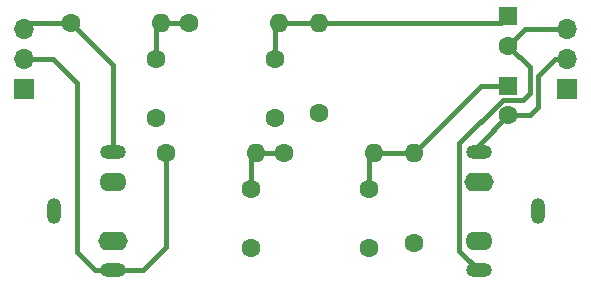
<source format=gbr>
%TF.GenerationSoftware,KiCad,Pcbnew,8.0.7*%
%TF.CreationDate,2025-07-31T15:36:56+01:00*%
%TF.ProjectId,PWMOutputFilter,50574d4f-7574-4707-9574-46696c746572,rev?*%
%TF.SameCoordinates,Original*%
%TF.FileFunction,Copper,L1,Top*%
%TF.FilePolarity,Positive*%
%FSLAX46Y46*%
G04 Gerber Fmt 4.6, Leading zero omitted, Abs format (unit mm)*
G04 Created by KiCad (PCBNEW 8.0.7) date 2025-07-31 15:36:56*
%MOMM*%
%LPD*%
G01*
G04 APERTURE LIST*
%TA.AperFunction,ComponentPad*%
%ADD10C,1.600000*%
%TD*%
%TA.AperFunction,ComponentPad*%
%ADD11O,1.600000X1.600000*%
%TD*%
%TA.AperFunction,ComponentPad*%
%ADD12R,1.700000X1.700000*%
%TD*%
%TA.AperFunction,ComponentPad*%
%ADD13O,1.700000X1.700000*%
%TD*%
%TA.AperFunction,ComponentPad*%
%ADD14O,2.500000X1.600000*%
%TD*%
%TA.AperFunction,ComponentPad*%
%ADD15O,2.200000X1.200000*%
%TD*%
%TA.AperFunction,ComponentPad*%
%ADD16O,1.200000X2.200000*%
%TD*%
%TA.AperFunction,ComponentPad*%
%ADD17O,2.300000X1.600000*%
%TD*%
%TA.AperFunction,ComponentPad*%
%ADD18R,1.600000X1.600000*%
%TD*%
%TA.AperFunction,Conductor*%
%ADD19C,0.400000*%
%TD*%
G04 APERTURE END LIST*
D10*
%TO.P,C2,1*%
%TO.N,Net-(C2-Pad1)*%
X81200000Y-71500000D03*
%TO.P,C2,2*%
%TO.N,GND*%
X81200000Y-76500000D03*
%TD*%
%TO.P,C1,1*%
%TO.N,Net-(C1-Pad1)*%
X71200000Y-71500000D03*
%TO.P,C1,2*%
%TO.N,GND*%
X71200000Y-76500000D03*
%TD*%
%TO.P,C5,1*%
%TO.N,Net-(C5-Pad1)*%
X73200000Y-60500000D03*
%TO.P,C5,2*%
%TO.N,GND*%
X73200000Y-65500000D03*
%TD*%
%TO.P,C4,1*%
%TO.N,Net-(C4-Pad1)*%
X63200000Y-60500000D03*
%TO.P,C4,2*%
%TO.N,GND*%
X63200000Y-65500000D03*
%TD*%
%TO.P,R6,1*%
%TO.N,GND*%
X77000000Y-65125000D03*
D11*
%TO.P,R6,2*%
%TO.N,Net-(C5-Pad1)*%
X77000000Y-57505000D03*
%TD*%
D10*
%TO.P,R5,1*%
%TO.N,Net-(C4-Pad1)*%
X66000000Y-57500000D03*
D11*
%TO.P,R5,2*%
%TO.N,Net-(C5-Pad1)*%
X73620000Y-57500000D03*
%TD*%
D10*
%TO.P,R4,1*%
%TO.N,Net-(J3-Pin_3)*%
X56000000Y-57500000D03*
D11*
%TO.P,R4,2*%
%TO.N,Net-(C4-Pad1)*%
X63620000Y-57500000D03*
%TD*%
D10*
%TO.P,R3,1*%
%TO.N,GND*%
X85000000Y-76125000D03*
D11*
%TO.P,R3,2*%
%TO.N,Net-(C2-Pad1)*%
X85000000Y-68505000D03*
%TD*%
D10*
%TO.P,R2,1*%
%TO.N,Net-(C1-Pad1)*%
X74000000Y-68500000D03*
D11*
%TO.P,R2,2*%
%TO.N,Net-(C2-Pad1)*%
X81620000Y-68500000D03*
%TD*%
D10*
%TO.P,R1,1*%
%TO.N,Net-(J3-Pin_2)*%
X64000000Y-68500000D03*
D11*
%TO.P,R1,2*%
%TO.N,Net-(C1-Pad1)*%
X71620000Y-68500000D03*
%TD*%
D12*
%TO.P,J4,1,Pin_1*%
%TO.N,GND*%
X98000000Y-63080000D03*
D13*
%TO.P,J4,2,Pin_2*%
%TO.N,Net-(J4-Pin_2)*%
X98000000Y-60540000D03*
%TO.P,J4,3,Pin_3*%
%TO.N,Net-(J4-Pin_3)*%
X98000000Y-58000000D03*
%TD*%
D12*
%TO.P,J3,1,Pin_1*%
%TO.N,GND*%
X52000000Y-63080000D03*
D13*
%TO.P,J3,2,Pin_2*%
%TO.N,Net-(J3-Pin_2)*%
X52000000Y-60540000D03*
%TO.P,J3,3,Pin_3*%
%TO.N,Net-(J3-Pin_3)*%
X52000000Y-58000000D03*
%TD*%
D14*
%TO.P,J2,TN*%
%TO.N,unconnected-(J2-PadTN)*%
X59500000Y-75900000D03*
D15*
%TO.P,J2,T*%
%TO.N,Net-(J3-Pin_2)*%
X59500000Y-78400000D03*
D16*
%TO.P,J2,S*%
%TO.N,GND*%
X54500000Y-73400000D03*
D17*
%TO.P,J2,RN*%
%TO.N,unconnected-(J2-PadRN)*%
X59500000Y-70900000D03*
D15*
%TO.P,J2,R*%
%TO.N,Net-(J3-Pin_3)*%
X59500000Y-68400000D03*
%TD*%
D14*
%TO.P,J1,TN*%
%TO.N,unconnected-(J1-PadTN)*%
X90500000Y-70900000D03*
D15*
%TO.P,J1,T*%
%TO.N,Net-(J4-Pin_2)*%
X90500000Y-68400000D03*
D16*
%TO.P,J1,S*%
%TO.N,GND*%
X95500000Y-73400000D03*
D17*
%TO.P,J1,RN*%
%TO.N,unconnected-(J1-PadRN)*%
X90500000Y-75900000D03*
D15*
%TO.P,J1,R*%
%TO.N,Net-(J4-Pin_3)*%
X90500000Y-78400000D03*
%TD*%
D18*
%TO.P,C6,1*%
%TO.N,Net-(C5-Pad1)*%
X93000000Y-56900000D03*
D10*
%TO.P,C6,2*%
%TO.N,Net-(J4-Pin_3)*%
X93000000Y-59400000D03*
%TD*%
D18*
%TO.P,C3,1*%
%TO.N,Net-(C2-Pad1)*%
X93000000Y-62800000D03*
D10*
%TO.P,C3,2*%
%TO.N,Net-(J4-Pin_2)*%
X93000000Y-65300000D03*
%TD*%
D19*
%TO.N,Net-(J4-Pin_3)*%
X94825000Y-63375000D02*
X94825000Y-61225000D01*
X94825000Y-61225000D02*
X93000000Y-59400000D01*
X94200000Y-64000000D02*
X94825000Y-63375000D01*
X92525000Y-64000000D02*
X94200000Y-64000000D01*
X88850000Y-76750000D02*
X88850000Y-67675000D01*
X90500000Y-78400000D02*
X88850000Y-76750000D01*
X88850000Y-67675000D02*
X92525000Y-64000000D01*
%TO.N,Net-(J4-Pin_2)*%
X94800000Y-65300000D02*
X93000000Y-65300000D01*
X95532500Y-64567500D02*
X94800000Y-65300000D01*
X95532500Y-61967500D02*
X95532500Y-64567500D01*
X96960000Y-60540000D02*
X95532500Y-61967500D01*
X98000000Y-60540000D02*
X96960000Y-60540000D01*
%TO.N,Net-(J3-Pin_2)*%
X56492500Y-76867500D02*
X58025000Y-78400000D01*
X58025000Y-78400000D02*
X59500000Y-78400000D01*
X54440000Y-60540000D02*
X56492500Y-62592500D01*
X56492500Y-62592500D02*
X56492500Y-76867500D01*
X52000000Y-60540000D02*
X54440000Y-60540000D01*
%TO.N,Net-(C2-Pad1)*%
X93000000Y-62800000D02*
X90705000Y-62800000D01*
X90705000Y-62800000D02*
X85000000Y-68505000D01*
%TO.N,Net-(J3-Pin_2)*%
X64000000Y-76475000D02*
X62075000Y-78400000D01*
X62075000Y-78400000D02*
X59500000Y-78400000D01*
X64000000Y-68500000D02*
X64000000Y-76475000D01*
%TO.N,Net-(J4-Pin_2)*%
X90500000Y-67800000D02*
X93000000Y-65300000D01*
X90500000Y-68400000D02*
X90500000Y-67800000D01*
%TO.N,Net-(C5-Pad1)*%
X92395000Y-57505000D02*
X93000000Y-56900000D01*
X77000000Y-57505000D02*
X92395000Y-57505000D01*
%TO.N,Net-(C2-Pad1)*%
X81200000Y-68920000D02*
X81620000Y-68500000D01*
X81200000Y-71500000D02*
X81200000Y-68920000D01*
X81625000Y-68505000D02*
X81620000Y-68500000D01*
X85000000Y-68505000D02*
X81625000Y-68505000D01*
%TO.N,Net-(C1-Pad1)*%
X71200000Y-68920000D02*
X71620000Y-68500000D01*
X71200000Y-71500000D02*
X71200000Y-68920000D01*
X74000000Y-68500000D02*
X71620000Y-68500000D01*
%TO.N,Net-(J3-Pin_3)*%
X59500000Y-61000000D02*
X56000000Y-57500000D01*
X59500000Y-68400000D02*
X59500000Y-61000000D01*
%TO.N,Net-(C5-Pad1)*%
X73200000Y-60500000D02*
X73200000Y-57920000D01*
X73200000Y-57920000D02*
X73620000Y-57500000D01*
X73625000Y-57505000D02*
X73620000Y-57500000D01*
X77000000Y-57505000D02*
X73625000Y-57505000D01*
%TO.N,Net-(C4-Pad1)*%
X63200000Y-57920000D02*
X63620000Y-57500000D01*
X63200000Y-60500000D02*
X63200000Y-57920000D01*
X66000000Y-57500000D02*
X63620000Y-57500000D01*
%TO.N,Net-(J3-Pin_3)*%
X52500000Y-57500000D02*
X52000000Y-58000000D01*
X56000000Y-57500000D02*
X52500000Y-57500000D01*
%TO.N,Net-(J4-Pin_3)*%
X93000000Y-59400000D02*
X94400000Y-58000000D01*
X94400000Y-58000000D02*
X98000000Y-58000000D01*
%TD*%
M02*

</source>
